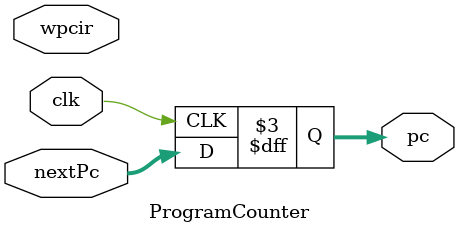
<source format=v>
`timescale 1ns / 1ps

module ProgramCounter(input [31:0] wpcir, input [31:0] nextPc, input clk, output reg [31:0] pc);
   initial begin
        pc = 32'd100;  
   end
   
   always @(posedge clk) begin
       pc <= nextPc;
   end
endmodule


</source>
